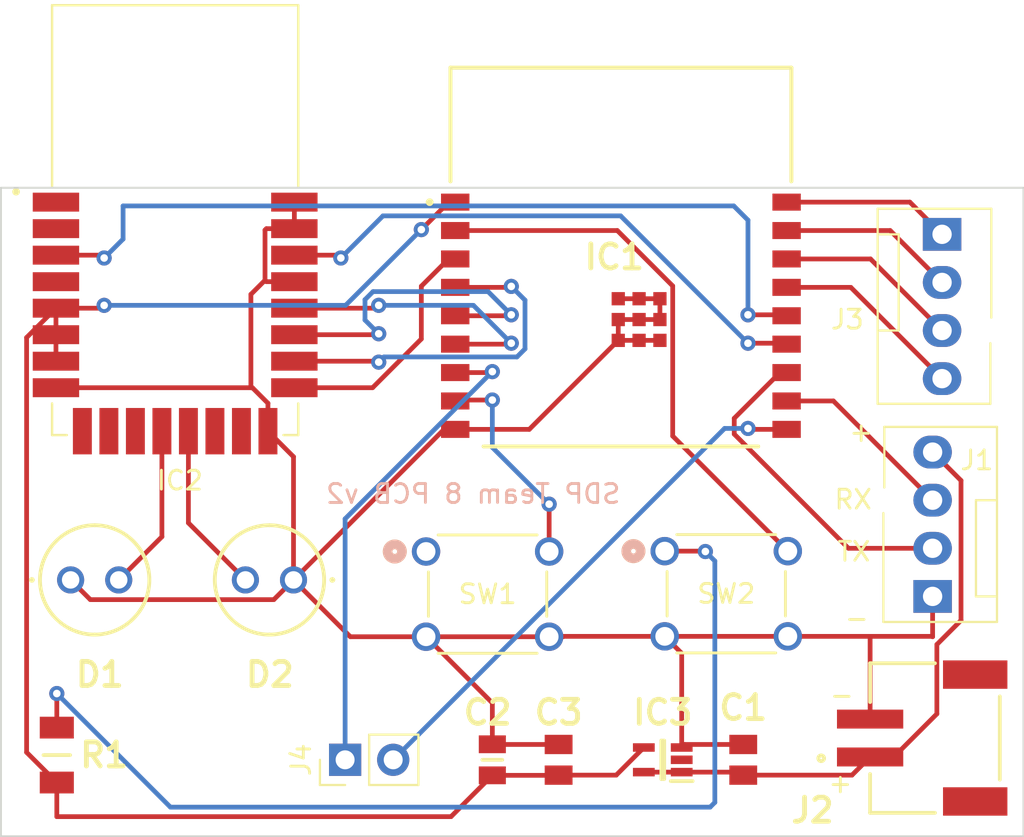
<source format=kicad_pcb>
(kicad_pcb (version 20221018) (generator pcbnew)
  (layers (0 "F.Cu" signal) (31 "B.Cu" signal) (34 "B.Paste" user) (35 "F.Paste" user) (36 "B.SilkS" user "B.Silkscreen") (37 "F.SilkS" user "F.Silkscreen") (38 "B.Mask" user) (39 "F.Mask" user) (44 "Edge.Cuts" user))
  (net 0 "")
  (net 1 "Net-(IC3-VIN)")
  (net 2 "GND")
  (net 3 "Net-(IC1-3V3)")
  (net 4 "Net-(D1-A)")
  (net 5 "Net-(D2-A)")
  (net 6 "Net-(IC1-EN)")
  (net 7 "Net-(IC1-IO4)")
  (net 8 "Net-(IC1-IO5)")
  (net 9 "Net-(IC1-IO6)")
  (net 10 "Net-(IC1-IO7)")
  (net 11 "Net-(IC1-IO8)")
  (net 12 "Net-(IC1-IO9)")
  (net 13 "Net-(IC1-IO10)")
  (net 14 "Net-(IC1-RXD)")
  (net 15 "Net-(IC1-TXD)")
  (net 16 "Net-(IC1-IO18)")
  (net 17 "Net-(IC1-IO19)")
  (net 18 "Net-(IC1-IO3)")
  (net 19 "Net-(IC1-IO2)")
  (net 20 "Net-(IC1-IO1)")
  (net 21 "Net-(IC1-IO0)")
  (net 31 "Net-(R1-Pad2)")
  (footprint "Connector:FanPinHeader_1x04_P2.54mm_Vertical" (layer "F.Cu") (at 162.75 98.37 90)
    (fp_text reference "J1" (at 7.19 2.34 180) (layer "F.SilkS"))
    (fp_text value "Conn_01x04_Pin" hide)
    (fp_line (start -1.35 -2.6) (end 4.4 -2.6) (stroke (width 0.12)) (layer "F.SilkS"))
    (fp_line (start -1.35 3.4) (end -1.35 -2.6) (stroke (width 0.12)) (layer "F.SilkS"))
    (fp_line (start 0 2.29) (end 5.08 2.29) (stroke (width 0.12)) (layer "F.SilkS"))
    (fp_line (start 0 3.3) (end 0 2.29) (stroke (width 0.12)) (layer "F.SilkS"))
    (fp_line (start 5.08 2.29) (end 5.08 3.3) (stroke (width 0.12)) (layer "F.SilkS"))
    (fp_line (start 5.75 -2.55) (end 8.95 -2.55) (stroke (width 0.12)) (layer "F.SilkS"))
    (fp_line (start 8.95 -2.55) (end 8.95 3.4) (stroke (width 0.12)) (layer "F.SilkS"))
    (fp_line (start 8.95 3.4) (end -1.35 3.4) (stroke (width 0.12)) (layer "F.SilkS"))
    (pad "" np_thru_hole circle (at 5.08 -2.16 180) (size 1.1 1.1) (drill 1.1) (layers "*.Cu" "*.Mask"))
    (pad "1" thru_hole rect (at 0 0 180) (size 2.03 1.73) (drill 1.02) (layers "*.Cu" "*.Mask") (net 2 "GND"))
    (pad "2" thru_hole oval (at 2.54 0 180) (size 2.03 1.73) (drill 1.02) (layers "*.Cu" "*.Mask") (net 15 "Net-(IC1-TXD)"))
    (pad "3" thru_hole oval (at 5.08 0 180) (size 2.03 1.73) (drill 1.02) (layers "*.Cu" "*.Mask") (net 14 "Net-(IC1-RXD)"))
    (pad "4" thru_hole oval (at 7.62 0 180) (size 2.03 1.73) (drill 1.02) (layers "*.Cu" "*.Mask") (net 1 "Net-(IC3-VIN)"))
  )
  (footprint "6mm_push_button_footprint:6mm_push_button_footprint" (layer "F.Cu") (at 135.999998 96)
    (fp_text reference "SW1" (at 3.250001 2.250001 unlocked) (layer "F.SilkS"))
    (fp_text value "TS02-66-50-BK-100-LCR-D" hide)
    (fp_circle (center -1.652199 0) (end -1.271199 0) (stroke (width 0.508)) (fill none) (layer "B.SilkS"))
    (fp_line (start 0.125801 1.074702) (end 0.125801 3.425299) (stroke (width 0.1524)) (layer "F.SilkS"))
    (fp_line (start 0.637641 5.374201) (end 5.862361 5.374201) (stroke (width 0.1524)) (layer "F.SilkS"))
    (fp_line (start 5.862361 -0.874199) (end 0.637641 -0.874199) (stroke (width 0.1524)) (layer "F.SilkS"))
    (fp_line (start 6.374201 3.425299) (end 6.374201 1.074702) (stroke (width 0.1524)) (layer "F.SilkS"))
    (fp_circle (center -1.652199 0) (end -1.271199 0) (stroke (width 0.508)) (fill none) (layer "F.SilkS"))
    (pad "1" thru_hole circle (at 0 0) (size 1.4986 1.4986) (drill 0.9906) (layers "*.Cu" "*.Mask"))
    (pad "2" thru_hole circle (at 6.500002 0) (size 1.4986 1.4986) (drill 0.9906) (layers "*.Cu" "*.Mask") (net 12 "Net-(IC1-IO9)"))
    (pad "3" thru_hole circle (at 0 4.500001) (size 1.4986 1.4986) (drill 0.9906) (layers "*.Cu" "*.Mask") (net 2 "GND"))
    (pad "4" thru_hole circle (at 6.500002 4.500001) (size 1.4986 1.4986) (drill 0.9906) (layers "*.Cu" "*.Mask") (net 2 "GND"))
  )
  (footprint "lipo_charger_footprint:1769" (layer "F.Cu") (at 159.45 105.85 90)
    (fp_text reference "J2" (at -3.82 -3.04 180) (layer "F.SilkS") (effects (font (size 1.27 1.27) (thickness 0.254))))
    (fp_text value "1769" hide)
    (fp_line (start -3.95 0) (end -3.95 3.425) (stroke (width 0.2)) (layer "F.SilkS"))
    (fp_line (start -3.95 0) (end -1.9 0) (stroke (width 0.2)) (layer "F.SilkS"))
    (fp_line (start -2.196 6.849) (end 2.196 6.849) (stroke (width 0.2)) (layer "F.SilkS"))
    (fp_line (start 3.95 0) (end 1.9 0) (stroke (width 0.2)) (layer "F.SilkS"))
    (fp_line (start 3.95 0) (end 3.95 3.425) (stroke (width 0.2)) (layer "F.SilkS"))
    (fp_circle (center -1.069 -2.582) (end -1.069 -2.53) (stroke (width 0.2)) (fill none) (layer "F.SilkS"))
    (pad "1" smd rect (at -1 0 90) (size 1 3.5) (layers "F.Cu" "F.Paste" "F.Mask") (net 1 "Net-(IC3-VIN)"))
    (pad "2" smd rect (at 1 0 90) (size 1 3.5) (layers "F.Cu" "F.Paste" "F.Mask") (net 2 "GND"))
    (pad "3" smd rect (at -3.35 5.55 90) (size 1.5 3.4) (layers "F.Cu" "F.Paste" "F.Mask"))
    (pad "4" smd rect (at 3.35 5.55 90) (size 1.5 3.4) (layers "F.Cu" "F.Paste" "F.Mask"))
  )
  (footprint "10k_ohm_footprint:RESC3216X65N" (layer "F.Cu") (at 116.5 106.75 90)
    (fp_text reference "R1" (at 0 2.5 180) (layer "F.SilkS") (effects (font (size 1.27 1.27) (thickness 0.254))))
    (fp_text value "10K" hide)
    (fp_line (start 0 -0.7) (end 0 0.7) (stroke (width 0.2)) (layer "F.SilkS"))
    (pad "1" smd rect (at -1.45 0 90) (size 1.15 1.8) (layers "F.Cu" "F.Paste" "F.Mask") (net 3 "Net-(IC1-3V3)"))
    (pad "2" smd rect (at 1.45 0 90) (size 1.15 1.8) (layers "F.Cu" "F.Paste" "F.Mask") (net 31 "Net-(R1-Pad2)"))
  )
  (footprint "footprint:SOT65P210X110-5N" (layer "F.Cu") (at 148.5 107 180)
    (fp_text reference "IC3" (at 0 2.5) (layer "F.SilkS") (effects (font (size 1.27 1.27) (thickness 0.254))))
    (fp_text value "TC1017-3.3VLTTR" hide)
    (fp_line (start -1.575 -1.125) (end -0.425 -1.125) (stroke (width 0.2)) (layer "F.SilkS"))
    (fp_line (start -0.075 -1.012) (end 0.075 -1.012) (stroke (width 0.2)) (layer "F.SilkS"))
    (fp_line (start -0.075 1.012) (end -0.075 -1.012) (stroke (width 0.2)) (layer "F.SilkS"))
    (fp_line (start 0.075 -1.012) (end 0.075 1.012) (stroke (width 0.2)) (layer "F.SilkS"))
    (fp_line (start 0.075 1.012) (end -0.075 1.012) (stroke (width 0.2)) (layer "F.SilkS"))
    (pad "1" smd rect (at -1 -0.65 270) (size 0.45 1.15) (layers "F.Cu" "F.Paste" "F.Mask") (net 1 "Net-(IC3-VIN)"))
    (pad "2" smd rect (at -1 0 270) (size 0.45 1.15) (layers "F.Cu" "F.Paste" "F.Mask"))
    (pad "3" smd rect (at -1 0.65 270) (size 0.45 1.15) (layers "F.Cu" "F.Paste" "F.Mask") (net 2 "GND"))
    (pad "4" smd rect (at 1 0.65 270) (size 0.45 1.15) (layers "F.Cu" "F.Paste" "F.Mask") (net 3 "Net-(IC1-3V3)"))
    (pad "5" smd rect (at 1 -0.65 270) (size 0.45 1.15) (layers "F.Cu" "F.Paste" "F.Mask") (net 1 "Net-(IC3-VIN)"))
  )
  (footprint "led_footprint:QED123A4R0" (layer "F.Cu") (at 117.23 97.5 180)
    (fp_text reference "D1" (at -1.54 -5) (layer "F.SilkS") (effects (font (size 1.27 1.27) (thickness 0.254))))
    (fp_text value "LED" hide)
    (fp_line (start -1.27 -2.888) (end -1.27 -2.888) (stroke (width 0.2)) (layer "F.SilkS"))
    (fp_line (start -1.27 2.888) (end -1.27 2.888) (stroke (width 0.2)) (layer "F.SilkS"))
    (fp_line (start 2 0) (end 2 0) (stroke (width 0.2)) (layer "F.SilkS"))
    (fp_line (start 2.1 0) (end 2.1 0) (stroke (width 0.2)) (layer "F.SilkS"))
    (fp_arc (start -1.27 -2.888) (mid 1.618 0) (end -1.27 2.888) (stroke (width 0.2)) (layer "F.SilkS"))
    (fp_arc (start -1.27 2.888) (mid -4.158 0) (end -1.27 -2.888) (stroke (width 0.2)) (layer "F.SilkS"))
    (fp_arc (start 2 0) (mid 2.05 -0.05) (end 2.1 0) (stroke (width 0.2)) (layer "F.SilkS"))
    (fp_arc (start 2.1 0) (mid 2.05 0.05) (end 2 0) (stroke (width 0.2)) (layer "F.SilkS"))
    (pad "1" thru_hole circle (at 0 0 180) (size 1.431 1.431) (drill 0.92) (layers "*.Cu" "*.Mask") (net 2 "GND"))
    (pad "2" thru_hole circle (at -2.54 0 180) (size 1.431 1.431) (drill 0.92) (layers "*.Cu" "*.Mask") (net 4 "Net-(D1-A)"))
  )
  (footprint "100nF_footprint:CAPC2012X94N" (layer "F.Cu") (at 152.75 107 90)
    (fp_text reference "C1" (at 2.75 0 180) (layer "F.SilkS") (effects (font (size 1.27 1.27) (thickness 0.254))))
    (fp_text value "100nF" hide)
    (pad "1" smd rect (at -0.81 0 90) (size 1.02 1.47) (layers "F.Cu" "F.Paste" "F.Mask") (net 1 "Net-(IC3-VIN)"))
    (pad "2" smd rect (at 0.81 0 90) (size 1.02 1.47) (layers "F.Cu" "F.Paste" "F.Mask") (net 2 "GND"))
  )
  (footprint "100nF_footprint:CAPC2012X94N" (layer "F.Cu") (at 143 107 90)
    (fp_text reference "C3" (at 2.5 0 180) (layer "F.SilkS") (effects (font (size 1.27 1.27) (thickness 0.254))))
    (fp_text value "100nF" hide)
    (pad "1" smd rect (at -0.81 0 90) (size 1.02 1.47) (layers "F.Cu" "F.Paste" "F.Mask") (net 3 "Net-(IC1-3V3)"))
    (pad "2" smd rect (at 0.81 0 90) (size 1.02 1.47) (layers "F.Cu" "F.Paste" "F.Mask") (net 2 "GND"))
  )
  (footprint "led_footprint:QED123A4R0" (layer "F.Cu") (at 129 97.5)
    (fp_text reference "D2" (at -1.25 5) (layer "F.SilkS") (effects (font (size 1.27 1.27) (thickness 0.254))))
    (fp_text value "LED" hide)
    (fp_line (start -1.27 -2.888) (end -1.27 -2.888) (stroke (width 0.2)) (layer "F.SilkS"))
    (fp_line (start -1.27 2.888) (end -1.27 2.888) (stroke (width 0.2)) (layer "F.SilkS"))
    (fp_line (start 2 0) (end 2 0) (stroke (width 0.2)) (layer "F.SilkS"))
    (fp_line (start 2.1 0) (end 2.1 0) (stroke (width 0.2)) (layer "F.SilkS"))
    (fp_arc (start -1.27 -2.888) (mid 1.618 0) (end -1.27 2.888) (stroke (width 0.2)) (layer "F.SilkS"))
    (fp_arc (start -1.27 2.888) (mid -4.158 0) (end -1.27 -2.888) (stroke (width 0.2)) (layer "F.SilkS"))
    (fp_arc (start 2 0) (mid 2.05 -0.05) (end 2.1 0) (stroke (width 0.2)) (layer "F.SilkS"))
    (fp_arc (start 2.1 0) (mid 2.05 0.05) (end 2 0) (stroke (width 0.2)) (layer "F.SilkS"))
    (pad "1" thru_hole circle (at 0 0) (size 1.431 1.431) (drill 0.92) (layers "*.Cu" "*.Mask") (net 2 "GND"))
    (pad "2" thru_hole circle (at -2.54 0) (size 1.431 1.431) (drill 0.92) (layers "*.Cu" "*.Mask") (net 5 "Net-(D2-A)"))
  )
  (footprint "Connector_PinHeader_2.54mm:PinHeader_1x02_P2.54mm_Vertical" (layer "F.Cu") (at 131.725 107 90)
    (fp_text reference "J4" (at 0 -2.33 90) (layer "F.SilkS"))
    (fp_text value "Conn_01x02_Pin" hide)
    (fp_line (start -1.33 -1.33) (end 0 -1.33) (stroke (width 0.12)) (layer "F.SilkS"))
    (fp_line (start -1.33 0) (end -1.33 -1.33) (stroke (width 0.12)) (layer "F.SilkS"))
    (fp_line (start -1.33 1.27) (end -1.33 3.87) (stroke (width 0.12)) (layer "F.SilkS"))
    (fp_line (start -1.33 1.27) (end 1.33 1.27) (stroke (width 0.12)) (layer "F.SilkS"))
    (fp_line (start -1.33 3.87) (end 1.33 3.87) (stroke (width 0.12)) (layer "F.SilkS"))
    (fp_line (start 1.33 1.27) (end 1.33 3.87) (stroke (width 0.12)) (layer "F.SilkS"))
    (pad "1" thru_hole rect (at 0 0 90) (size 1.7 1.7) (drill 1) (layers "*.Cu" "*.Mask") (net 11 "Net-(IC1-IO8)"))
    (pad "2" thru_hole oval (at 0 2.54 90) (size 1.7 1.7) (drill 1) (layers "*.Cu" "*.Mask") (net 13 "Net-(IC1-IO10)"))
  )
  (footprint "6mm_push_button_footprint:6mm_push_button_footprint" (layer "F.Cu") (at 148.60385 95.98025)
    (fp_text reference "SW2" (at 3.250001 2.250001 unlocked) (layer "F.SilkS"))
    (fp_text value "TS02-66-50-BK-100-LCR-D" hide)
    (fp_circle (center -1.652199 0) (end -1.271199 0) (stroke (width 0.508)) (fill none) (layer "B.SilkS"))
    (fp_line (start 0.125801 1.074702) (end 0.125801 3.425299) (stroke (width 0.1524)) (layer "F.SilkS"))
    (fp_line (start 0.637641 5.374201) (end 5.862361 5.374201) (stroke (width 0.1524)) (layer "F.SilkS"))
    (fp_line (start 5.862361 -0.874199) (end 0.637641 -0.874199) (stroke (width 0.1524)) (layer "F.SilkS"))
    (fp_line (start 6.374201 3.425299) (end 6.374201 1.074702) (stroke (width 0.1524)) (layer "F.SilkS"))
    (fp_circle (center -1.652199 0) (end -1.271199 0) (stroke (width 0.508)) (fill none) (layer "F.SilkS"))
    (pad "1" thru_hole circle (at 0 0) (size 1.4986 1.4986) (drill 0.9906) (layers "*.Cu" "*.Mask") (net 31 "Net-(R1-Pad2)"))
    (pad "2" thru_hole circle (at 6.500002 0) (size 1.4986 1.4986) (drill 0.9906) (layers "*.Cu" "*.Mask") (net 6 "Net-(IC1-EN)"))
    (pad "3" thru_hole circle (at 0 4.500001) (size 1.4986 1.4986) (drill 0.9906) (layers "*.Cu" "*.Mask") (net 2 "GND"))
    (pad "4" thru_hole circle (at 6.500002 4.500001) (size 1.4986 1.4986) (drill 0.9906) (layers "*.Cu" "*.Mask") (net 2 "GND"))
  )
  (footprint "Connector:FanPinHeader_1x04_P2.54mm_Vertical" (layer "F.Cu") (at 163.25 79.25 -90)
    (fp_text reference "J3" (at 4.5 5 -180) (layer "F.SilkS"))
    (fp_text value "Conn_01x04_Pin" hide)
    (fp_line (start -1.35 -2.6) (end 4.4 -2.6) (stroke (width 0.12)) (layer "F.SilkS"))
    (fp_line (start -1.35 3.4) (end -1.35 -2.6) (stroke (width 0.12)) (layer "F.SilkS"))
    (fp_line (start 0 2.29) (end 5.08 2.29) (stroke (width 0.12)) (layer "F.SilkS"))
    (fp_line (start 0 3.3) (end 0 2.29) (stroke (width 0.12)) (layer "F.SilkS"))
    (fp_line (start 5.08 2.29) (end 5.08 3.3) (stroke (width 0.12)) (layer "F.SilkS"))
    (fp_line (start 5.75 -2.55) (end 8.95 -2.55) (stroke (width 0.12)) (layer "F.SilkS"))
    (fp_line (start 8.95 -2.55) (end 8.95 3.4) (stroke (width 0.12)) (layer "F.SilkS"))
    (fp_line (start 8.95 3.4) (end -1.35 3.4) (stroke (width 0.12)) (layer "F.SilkS"))
    (pad "" np_thru_hole circle (at 5.08 -2.16) (size 1.1 1.1) (drill 1.1) (layers "*.Cu" "*.Mask"))
    (pad "1" thru_hole rect (at 0 0) (size 2.03 1.73) (drill 1.02) (layers "*.Cu" "*.Mask") (net 21 "Net-(IC1-IO0)"))
    (pad "2" thru_hole oval (at 2.54 0) (size 2.03 1.73) (drill 1.02) (layers "*.Cu" "*.Mask") (net 20 "Net-(IC1-IO1)"))
    (pad "3" thru_hole oval (at 5.08 0) (size 2.03 1.73) (drill 1.02) (layers "*.Cu" "*.Mask") (net 19 "Net-(IC1-IO2)"))
    (pad "4" thru_hole oval (at 7.62 0) (size 2.03 1.73) (drill 1.02) (layers "*.Cu" "*.Mask") (net 18 "Net-(IC1-IO3)"))
  )
  (footprint "esp_32_c3_footprint:ESP32C3WROOM02N4" (layer "F.Cu") (at 147.25 83.75)
    (fp_text reference "IC1" (at -1.31 -3.3) (layer "F.SilkS") (effects (font (size 1.27 1.27) (thickness 0.254))))
    (fp_text value "ESP32-C3-WROOM-02-N4" hide)
    (fp_line (start -11.16 -6.2) (end -11.16 -6.2) (stroke (width 0.2)) (layer "F.SilkS"))
    (fp_line (start -11.16 -6.2) (end -11.16 -6.2) (stroke (width 0.2)) (layer "F.SilkS"))
    (fp_line (start -10.96 -6.2) (end -10.96 -6.2) (stroke (width 0.2)) (layer "F.SilkS"))
    (fp_line (start -9.96 -13.3) (end -9.96 -13.3) (stroke (width 0.2)) (layer "F.SilkS"))
    (fp_line (start -9.96 -13.3) (end -9.96 -13.3) (stroke (width 0.2)) (layer "F.SilkS"))
    (fp_line (start -9.96 -13.3) (end -9.96 -7.3) (stroke (width 0.2)) (layer "F.SilkS"))
    (fp_line (start -9.96 -13.3) (end 8.04 -13.3) (stroke (width 0.2)) (layer "F.SilkS"))
    (fp_line (start -9.96 -7.3) (end -9.96 -13.3) (stroke (width 0.2)) (layer "F.SilkS"))
    (fp_line (start -9.96 -7.3) (end -9.96 -7.3) (stroke (width 0.2)) (layer "F.SilkS"))
    (fp_line (start -8.21 6.7) (end -8.21 6.7) (stroke (width 0.2)) (layer "F.SilkS"))
    (fp_line (start -8.21 6.7) (end 6.29 6.7) (stroke (width 0.2)) (layer "F.SilkS"))
    (fp_line (start 6.29 6.7) (end -8.21 6.7) (stroke (width 0.2)) (layer "F.SilkS"))
    (fp_line (start 6.29 6.7) (end 6.29 6.7) (stroke (width 0.2)) (layer "F.SilkS"))
    (fp_line (start 8.04 -13.3) (end -9.96 -13.3) (stroke (width 0.2)) (layer "F.SilkS"))
    (fp_line (start 8.04 -13.3) (end 8.04 -13.3) (stroke (width 0.2)) (layer "F.SilkS"))
    (fp_line (start 8.04 -13.3) (end 8.04 -13.3) (stroke (width 0.2)) (layer "F.SilkS"))
    (fp_line (start 8.04 -13.3) (end 8.04 -7.3) (stroke (width 0.2)) (layer "F.SilkS"))
    (fp_line (start 8.04 -7.3) (end 8.04 -13.3) (stroke (width 0.2)) (layer "F.SilkS"))
    (fp_line (start 8.04 -7.3) (end 8.04 -7.3) (stroke (width 0.2)) (layer "F.SilkS"))
    (fp_arc (start -11.16 -6.2) (mid -11.06 -6.3) (end -10.96 -6.2) (stroke (width 0.2)) (layer "F.SilkS"))
    (fp_arc (start -10.96 -6.2) (mid -11.06 -6.1) (end -11.16 -6.2) (stroke (width 0.2)) (layer "F.SilkS"))
    (fp_arc (start -10.96 -6.2) (mid -11.06 -6.1) (end -11.16 -6.2) (stroke (width 0.2)) (layer "F.SilkS"))
    (pad "1" smd rect (at -9.71 -6.2 90) (size 0.9 1.5) (layers "F.Cu" "F.Paste" "F.Mask") (net 3 "Net-(IC1-3V3)"))
    (pad "2" smd rect (at -9.71 -4.7 90) (size 0.9 1.5) (layers "F.Cu" "F.Paste" "F.Mask") (net 6 "Net-(IC1-EN)"))
    (pad "3" smd rect (at -9.71 -3.2 90) (size 0.9 1.5) (layers "F.Cu" "F.Paste" "F.Mask") (net 7 "Net-(IC1-IO4)"))
    (pad "4" smd rect (at -9.71 -1.7 90) (size 0.9 1.5) (layers "F.Cu" "F.Paste" "F.Mask") (net 8 "Net-(IC1-IO5)"))
    (pad "5" smd rect (at -9.71 -0.2 90) (size 0.9 1.5) (layers "F.Cu" "F.Paste" "F.Mask") (net 9 "Net-(IC1-IO6)"))
    (pad "6" smd rect (at -9.71 1.3 90) (size 0.9 1.5) (layers "F.Cu" "F.Paste" "F.Mask") (net 10 "Net-(IC1-IO7)"))
    (pad "7" smd rect (at -9.71 2.8 90) (size 0.9 1.5) (layers "F.Cu" "F.Paste" "F.Mask") (net 11 "Net-(IC1-IO8)"))
    (pad "8" smd rect (at -9.71 4.3 90) (size 0.9 1.5) (layers "F.Cu" "F.Paste" "F.Mask") (net 12 "Net-(IC1-IO9)"))
    (pad "9" smd rect (at -9.71 5.8 90) (size 0.9 1.5) (layers "F.Cu" "F.Paste" "F.Mask") (net 2 "GND"))
    (pad "10" smd rect (at 7.79 5.8 90) (size 0.9 1.5) (layers "F.Cu" "F.Paste" "F.Mask") (net 13 "Net-(IC1-IO10)"))
    (pad "11" smd rect (at 7.79 4.3 90) (size 0.9 1.5) (layers "F.Cu" "F.Paste" "F.Mask") (net 14 "Net-(IC1-RXD)"))
    (pad "12" smd rect (at 7.79 2.8 90) (size 0.9 1.5) (layers "F.Cu" "F.Paste" "F.Mask") (net 15 "Net-(IC1-TXD)"))
    (pad "13" smd rect (at 7.79 1.3 90) (size 0.9 1.5) (layers "F.Cu" "F.Paste" "F.Mask") (net 16 "Net-(IC1-IO18)"))
    (pad "14" smd rect (at 7.79 -0.2 90) (size 0.9 1.5) (layers "F.Cu" "F.Paste" "F.Mask") (net 17 "Net-(IC1-IO19)"))
    (pad "15" smd rect (at 7.79 -1.7 90) (size 0.9 1.5) (layers "F.Cu" "F.Paste" "F.Mask") (net 18 "Net-(IC1-IO3)"))
    (pad "16" smd rect (at 7.79 -3.2 90) (size 0.9 1.5) (layers "F.Cu" "F.Paste" "F.Mask") (net 19 "Net-(IC1-IO2)"))
    (pad "17" smd rect (at 7.79 -4.7 90) (size 0.9 1.5) (layers "F.Cu" "F.Paste" "F.Mask") (net 20 "Net-(IC1-IO1)"))
    (pad "18" smd rect (at 7.79 -6.2 90) (size 0.9 1.5) (layers "F.Cu" "F.Paste" "F.Mask") (net 21 "Net-(IC1-IO0)"))
    (pad "19" smd rect (at 0 0 90) (size 0.7 0.7) (layers "F.Cu" "F.Paste" "F.Mask") (net 2 "GND"))
    (pad "20" smd rect (at 1.1 0 90) (size 0.7 0.7) (layers "F.Cu" "F.Paste" "F.Mask") (net 2 "GND"))
    (pad "21" smd rect (at 1.1 -1.1 90) (size 0.7 0.7) (layers "F.Cu" "F.Paste" "F.Mask") (net 2 "GND"))
    (pad "22" smd rect (at 0 -1.1 90) (size 0.7 0.7) (layers "F.Cu" "F.Paste" "F.Mask") (net 2 "GND"))
    (pad "23" smd rect (at -1.1 -1.1 90) (size 0.7 0.7) (layers "F.Cu" "F.Paste" "F.Mask") (net 2 "GND"))
    (pad "24" smd rect (at -1.1 0 90) (size 0.7 0.7) (layers "F.Cu" "F.Paste" "F.Mask") (net 2 "GND"))
    (pad "25" smd rect (at -1.1 1.1 90) (size 0.7 0.7) (layers "F.Cu" "F.Paste" "F.Mask") (net 2 "GND"))
    (pad "26" smd rect (at 0 1.1 90) (size 0.7 0.7) (layers "F.Cu" "F.Paste" "F.Mask") (net 2 "GND"))
    (pad "27" smd rect (at 1.1 1.1 90) (size 0.7 0.7) (layers "F.Cu" "F.Paste" "F.Mask") (net 2 "GND"))
  )
  (footprint "dwm3000_footprint:XCVR_DWM3000TR13" (layer "F.Cu") (at 122.75 78.5)
    (fp_text reference "IC2" (at 0.25 13.75) (layer "F.SilkS"))
    (fp_text value "DWM3000TR13" hide)
    (fp_line (start -6.5 -11.35) (end 6.5 -11.35) (stroke (width 0.127)) (layer "F.SilkS"))
    (fp_line (start -6.5 -1.8) (end -6.5 -11.35) (stroke (width 0.127)) (layer "F.SilkS"))
    (fp_line (start -6.5 11.35) (end -6.5 9.68) (stroke (width 0.127)) (layer "F.SilkS"))
    (fp_line (start -5.72 11.35) (end -6.5 11.35) (stroke (width 0.127)) (layer "F.SilkS"))
    (fp_line (start 6.5 -11.35) (end 6.5 -1.8) (stroke (width 0.127)) (layer "F.SilkS"))
    (fp_line (start 6.5 9.68) (end 6.5 11.35) (stroke (width 0.127)) (layer "F.SilkS"))
    (fp_line (start 6.5 11.35) (end 5.72 11.35) (stroke (width 0.127)) (layer "F.SilkS"))
    (fp_circle (center -8.4 -1.5) (end -8.3 -1.5) (stroke (width 0.2)) (fill none) (layer "F.SilkS"))
    (pad "1" smd rect (at -6.295 -0.95) (size 2.45 1) (layers "F.Cu" "F.Paste" "F.Mask"))
    (pad "2" smd rect (at -6.295 0.45) (size 2.45 1) (layers "F.Cu" "F.Paste" "F.Mask"))
    (pad "3" smd rect (at -6.295 1.85) (size 2.45 1) (layers "F.Cu" "F.Paste" "F.Mask") (net 17 "Net-(IC1-IO19)"))
    (pad "4" smd rect (at -6.295 3.25) (size 2.45 1) (layers "F.Cu" "F.Paste" "F.Mask"))
    (pad "5" smd rect (at -6.295 4.65) (size 2.45 1) (layers "F.Cu" "F.Paste" "F.Mask") (net 3 "Net-(IC1-3V3)"))
    (pad "6" smd rect (at -6.295 6.05) (size 2.45 1) (layers "F.Cu" "F.Paste" "F.Mask") (net 3 "Net-(IC1-3V3)"))
    (pad "7" smd rect (at -6.295 7.45) (size 2.45 1) (layers "F.Cu" "F.Paste" "F.Mask") (net 3 "Net-(IC1-3V3)"))
    (pad "8" smd rect (at -6.295 8.85) (size 2.45 1) (layers "F.Cu" "F.Paste" "F.Mask") (net 2 "GND"))
    (pad "9" smd rect (at -4.9 11.145) (size 1 2.45) (layers "F.Cu" "F.Paste" "F.Mask"))
    (pad "10" smd rect (at -3.5 11.145) (size 1 2.45) (layers "F.Cu" "F.Paste" "F.Mask"))
    (pad "11" smd rect (at -2.1 11.145) (size 1 2.45) (layers "F.Cu" "F.Paste" "F.Mask"))
    (pad "12" smd rect (at -0.7 11.145) (size 1 2.45) (layers "F.Cu" "F.Paste" "F.Mask") (net 4 "Net-(D1-A)"))
    (pad "13" smd rect (at 0.7 11.145) (size 1 2.45) (layers "F.Cu" "F.Paste" "F.Mask") (net 5 "Net-(D2-A)"))
    (pad "14" smd rect (at 2.1 11.145) (size 1 2.45) (layers "F.Cu" "F.Paste" "F.Mask"))
    (pad "15" smd rect (at 3.5 11.145) (size 1 2.45) (layers "F.Cu" "F.Paste" "F.Mask"))
    (pad "16" smd rect (at 4.9 11.145) (size 1 2.45) (layers "F.Cu" "F.Paste" "F.Mask") (net 2 "GND"))
    (pad "17" smd rect (at 6.295 8.85) (size 2.45 1) (layers "F.Cu" "F.Paste" "F.Mask") (net 7 "Net-(IC1-IO4)"))
    (pad "18" smd rect (at 6.295 7.45) (size 2.45 1) (layers "F.Cu" "F.Paste" "F.Mask") (net 8 "Net-(IC1-IO5)"))
    (pad "19" smd rect (at 6.295 6.05) (size 2.45 1) (layers "F.Cu" "F.Paste" "F.Mask") (net 9 "Net-(IC1-IO6)"))
    (pad "20" smd rect (at 6.295 4.65) (size 2.45 1) (layers "F.Cu" "F.Paste" "F.Mask") (net 10 "Net-(IC1-IO7)"))
    (pad "21" smd rect (at 6.295 3.25) (size 2.45 1) (layers "F.Cu" "F.Paste" "F.Mask") (net 2 "GND"))
    (pad "22" smd rect (at 6.295 1.85) (size 2.45 1) (layers "F.Cu" "F.Paste" "F.Mask") (net 16 "Net-(IC1-IO18)"))
    (pad "23" smd rect (at 6.295 0.45) (size 2.45 1) (layers "F.Cu" "F.Paste" "F.Mask") (net 2 "GND"))
    (pad "24" smd rect (at 6.295 -0.95) (size 2.45 1) (layers "F.Cu" "F.Paste" "F.Mask") (net 2 "GND"))
  )
  (footprint "10uF_footprint:CAPC2012X140N" (layer "F.Cu") (at 139.5 107 90)
    (fp_text reference "C2" (at 2.5 -0.25 180) (layer "F.SilkS") (effects (font (size 1.27 1.27) (thickness 0.254))))
    (fp_text value "10uF" hide)
    (fp_line (start 0 -0.525) (end 0 0.525) (stroke (width 0.2)) (layer "F.SilkS"))
    (pad "1" smd rect (at -0.82 0 90) (size 0.94 1.43) (layers "F.Cu" "F.Paste" "F.Mask") (net 3 "Net-(IC1-3V3)"))
    (pad "2" smd rect (at 0.82 0 90) (size 0.94 1.43) (layers "F.Cu" "F.Paste" "F.Mask") (net 2 "GND"))
  )
  (gr_rect (start 113.55 76.79) (end 167.55 111.04) (stroke (width 0.1)) (fill none) (layer "Edge.Cuts"))
  (gr_text "SDP Team 8 PCB v2" (at 146.35 93.54) (layer "B.SilkS") (effects (font (size 1 1)) (justify left bottom mirror)))
  (gr_text "RX" (at 157.48 93.84) (layer "F.SilkS") (effects (font (size 1 1)) (justify left bottom)))
  (gr_text "+" (at 157.16 108.82) (layer "F.SilkS") (effects (font (size 1 1)) (justify left bottom)))
  (gr_text "-\n" (at 157.24 104.16) (layer "F.SilkS") (effects (font (size 1 1)) (justify left bottom)))
  (gr_text "+" (at 158.26 90.27) (layer "F.SilkS") (effects (font (size 1 1)) (justify left bottom)))
  (gr_text "TX" (at 157.64 96.59) (layer "F.SilkS") (effects (font (size 1 1)) (justify left bottom)))
  (gr_text "-" (at 158.03 100.1) (layer "F.SilkS") (effects (font (size 1 1)) (justify left bottom)))
  (segment (start 164.25 99.636396) (end 164.25 92.25) (width 0.25) (layer "F.Cu") (net 1))
  (segment (start 147.5 107.65) (end 149.5 107.65) (width 0.25) (layer "F.Cu") (net 1))
  (segment (start 149.5 107.65) (end 152.59 107.65) (width 0.25) (layer "F.Cu") (net 1))
  (segment (start 158.49 107.81) (end 159.45 106.85) (width 0.25) (layer "F.Cu") (net 1))
  (segment (start 152.59 107.65) (end 152.75 107.81) (width 0.25) (layer "F.Cu") (net 1))
  (segment (start 152.75 107.81) (end 158.49 107.81) (width 0.25) (layer "F.Cu") (net 1))
  (segment (start 159.45 106.85) (end 160.7 106.85) (width 0.25) (layer "F.Cu") (net 1))
  (segment (start 162.975 100.911396) (end 164.25 99.636396) (width 0.25) (layer "F.Cu") (net 1))
  (segment (start 164.25 92.25) (end 162.75 90.75) (width 0.25) (layer "F.Cu") (net 1))
  (segment (start 162.975 104.575) (end 162.975 100.911396) (width 0.25) (layer "F.Cu") (net 1))
  (segment (start 160.7 106.85) (end 162.975 104.575) (width 0.25) (layer "F.Cu") (net 1))
  (segment (start 136.95 89.55) (end 129 97.5) (width 0.25) (layer "F.Cu") (net 2))
  (segment (start 137.54 89.55) (end 136.95 89.55) (width 0.25) (layer "F.Cu") (net 2))
  (segment (start 147.25 84.85) (end 148.35 84.85) (width 0.25) (layer "F.Cu") (net 2))
  (segment (start 127.65 89.645) (end 127.65 88.17) (width 0.25) (layer "F.Cu") (net 2))
  (segment (start 143.25 100.480251) (end 142.51975 100.480251) (width 0.25) (layer "F.Cu") (net 2))
  (segment (start 139.51 106.19) (end 139.5 106.18) (width 0.25) (layer "F.Cu") (net 2))
  (segment (start 143.25 100.480251) (end 143.23025 100.500001) (width 0.25) (layer "F.Cu") (net 2))
  (segment (start 127.57 81.75) (end 127.495 81.675) (width 0.25) (layer "F.Cu") (net 2))
  (segment (start 149.66 106.19) (end 149.5 106.35) (width 0.25) (layer "F.Cu") (net 2))
  (segment (start 129.045 81.75) (end 127.57 81.75) (width 0.25) (layer "F.Cu") (net 2))
  (segment (start 146.15 83.75) (end 146.15 84.85) (width 0.25) (layer "F.Cu") (net 2))
  (segment (start 159.5 100.480251) (end 155.103852 100.480251) (width 0.25) (layer "F.Cu") (net 2))
  (segment (start 129.045 78.95) (end 129.045 77.55) (width 0.25) (layer "F.Cu") (net 2))
  (segment (start 129 90.995) (end 127.65 89.645) (width 0.25) (layer "F.Cu") (net 2))
  (segment (start 129 97.5) (end 129 90.995) (width 0.25) (layer "F.Cu") (net 2))
  (segment (start 159.45 104.85) (end 159.45 100.530251) (width 0.25) (layer "F.Cu") (net 2))
  (segment (start 127.495 81.675) (end 126.75 82.42) (width 0.25) (layer "F.Cu") (net 2))
  (segment (start 147.25 83.75) (end 146.15 83.75) (width 0.25) (layer "F.Cu") (net 2))
  (segment (start 142.51975 100.480251) (end 142.5 100.500001) (width 0.25) (layer "F.Cu") (net 2))
  (segment (start 135.999998 100.500001) (end 132.000001 100.500001) (width 0.25) (layer "F.Cu") (net 2))
  (segment (start 162.730251 100.480251) (end 159.5 100.480251) (width 0.25) (layer "F.Cu") (net 2))
  (segment (start 127.65 88.17) (end 126.83 87.35) (width 0.25) (layer "F.Cu") (net 2))
  (segment (start 149.5 106.35) (end 149.5 101.376401) (width 0.25) (layer "F.Cu") (net 2))
  (segment (start 141.45 89.55) (end 146.15 84.85) (width 0.25) (layer "F.Cu") (net 2))
  (segment (start 148.35 83.75) (end 147.25 83.75) (width 0.25) (layer "F.Cu") (net 2))
  (segment (start 126.83 87.35) (end 126.75 87.35) (width 0.25) (layer "F.Cu") (net 2))
  (segment (start 162.75 98.37) (end 162.75 100.5) (width 0.25) (layer "F.Cu") (net 2))
  (segment (start 137.54 89.55) (end 141.45 89.55) (width 0.25) (layer "F.Cu") (net 2))
  (segment (start 129 97.5) (end 127.9595 98.5405) (width 0.25) (layer "F.Cu") (net 2))
  (segment (start 127.9595 98.5405) (end 118.2705 98.5405) (width 0.25) (layer "F.Cu") (net 2))
  (segment (start 148.35 82.65) (end 148.35 83.75) (width 0.25) (layer "F.Cu") (net 2))
  (segment (start 146.15 82.65) (end 147.25 82.65) (width 0.25) (layer "F.Cu") (net 2))
  (segment (start 148.60385 100.480251) (end 143.25 100.480251) (width 0.25) (layer "F.Cu") (net 2))
  (segment (start 146.15 84.85) (end 147.25 84.85) (width 0.25) (layer "F.Cu") (net 2))
  (segment (start 139.5 104.000003) (end 135.999998 100.500001) (width 0.25) (layer "F.Cu") (net 2))
  (segment (start 143 106.19) (end 139.51 106.19) (width 0.25) (layer "F.Cu") (net 2))
  (segment (start 118.2705 98.5405) (end 117.23 97.5) (width 0.25) (layer "F.Cu") (net 2))
  (segment (start 159.45 100.530251) (end 159.5 100.480251) (width 0.25) (layer "F.Cu") (net 2))
  (segment (start 152.75 106.19) (end 149.66 106.19) (width 0.25) (layer "F.Cu") (net 2))
  (segment (start 147.25 82.65) (end 148.35 82.65) (width 0.25) (layer "F.Cu") (net 2))
  (segment (start 149.5 101.376401) (end 148.60385 100.480251) (width 0.25) (layer "F.Cu") (net 2))
  (segment (start 127.495 81.675) (end 127.495 79.025) (width 0.25) (layer "F.Cu") (net 2))
  (segment (start 127.495 79.025) (end 127.57 78.95) (width 0.25) (layer "F.Cu") (net 2))
  (segment (start 127.57 78.95) (end 129.045 78.95) (width 0.25) (layer "F.Cu") (net 2))
  (segment (start 155.103852 100.480251) (end 148.60385 100.480251) (width 0.25) (layer "F.Cu") (net 2))
  (segment (start 126.75 82.42) (end 126.75 87.35) (width 0.25) (layer "F.Cu") (net 2))
  (segment (start 126.75 87.35) (end 116.455 87.35) (width 0.25) (layer "F.Cu") (net 2))
  (segment (start 132.000001 100.500001) (end 129 97.5) (width 0.25) (layer "F.Cu") (net 2))
  (segment (start 139.5 106.18) (end 139.5 104.000003) (width 0.25) (layer "F.Cu") (net 2))
  (segment (start 143.23025 100.500001) (end 135.999998 100.500001) (width 0.25) (layer "F.Cu") (net 2))
  (segment (start 162.75 100.5) (end 162.730251 100.480251) (width 0.25) (layer "F.Cu") (net 2))
  (segment (start 114.905 84.7) (end 114.905 106.605) (width 0.25) (layer "F.Cu") (net 3))
  (segment (start 137.32 110) (end 139.5 107.82) (width 0.25) (layer "F.Cu") (net 3))
  (segment (start 116.5 108.2) (end 116.5 110) (width 0.25) (layer "F.Cu") (net 3))
  (segment (start 142.99 107.82) (end 143 107.81) (width 0.25) (layer "F.Cu") (net 3))
  (segment (start 116.455 83.15) (end 114.905 84.7) (width 0.25) (layer "F.Cu") (net 3))
  (segment (start 116.455 84.55) (end 116.455 85.95) (width 0.25) (layer "F.Cu") (net 3))
  (segment (start 139.5 107.82) (end 142.99 107.82) (width 0.25) (layer "F.Cu") (net 3))
  (segment (start 146.04 107.81) (end 147.5 106.35) (width 0.25) (layer "F.Cu") (net 3))
  (segment (start 143 107.81) (end 146.04 107.81) (width 0.25) (layer "F.Cu") (net 3))
  (segment (start 135.75 79) (end 137.2 77.55) (width 0.25) (layer "F.Cu") (net 3))
  (segment (start 116.455 83.15) (end 116.455 84.55) (width 0.25) (layer "F.Cu") (net 3))
  (segment (start 137.2 77.55) (end 137.54 77.55) (width 0.25) (layer "F.Cu") (net 3))
  (segment (start 116.455 83.15) (end 118.85 83.15) (width 0.25) (layer "F.Cu") (net 3))
  (segment (start 118.85 83.15) (end 119 83) (width 0.25) (layer "F.Cu") (net 3))
  (segment (start 114.905 106.605) (end 116.5 108.2) (width 0.25) (layer "F.Cu") (net 3))
  (segment (start 116.5 110) (end 137.32 110) (width 0.25) (layer "F.Cu") (net 3))
  (via blind (at 119 83) (size 0.8) (drill 0.4) (layers "F.Cu" "B.Cu") (net 3))
  (via blind (at 135.75 79) (size 0.8) (drill 0.4) (layers "F.Cu" "B.Cu") (net 3))
  (segment (start 119 83) (end 131.75 83) (width 0.25) (layer "B.Cu") (net 3))
  (segment (start 131.75 83) (end 135.75 79) (width 0.25) (layer "B.Cu") (net 3))
  (segment (start 119.77 97.5) (end 122.05 95.22) (width 0.25) (layer "F.Cu") (net 4))
  (segment (start 122.05 95.22) (end 122.05 89.645) (width 0.25) (layer "F.Cu") (net 4))
  (segment (start 126.46 97.5) (end 123.45 94.49) (width 0.25) (layer "F.Cu") (net 5))
  (segment (start 123.45 94.49) (end 123.45 89.645) (width 0.25) (layer "F.Cu") (net 5))
  (segment (start 146.1 79.05) (end 137.54 79.05) (width 0.25) (layer "F.Cu") (net 6))
  (segment (start 149.025 81.975) (end 146.1 79.05) (width 0.25) (layer "F.Cu") (net 6))
  (segment (start 149.025 89.901398) (end 149.025 81.975) (width 0.25) (layer "F.Cu") (net 6))
  (segment (start 155.103852 95.98025) (end 149.025 89.901398) (width 0.25) (layer "F.Cu") (net 6))
  (segment (start 135.75 81.99) (end 137.19 80.55) (width 0.25) (layer "F.Cu") (net 7))
  (segment (start 129.045 87.35) (end 133.175305 87.35) (width 0.25) (layer "F.Cu") (net 7))
  (segment (start 133.175305 87.35) (end 135.75 84.775305) (width 0.25) (layer "F.Cu") (net 7))
  (segment (start 135.75 84.775305) (end 135.75 81.99) (width 0.25) (layer "F.Cu") (net 7))
  (segment (start 137.19 80.55) (end 137.54 80.55) (width 0.25) (layer "F.Cu") (net 7))
  (segment (start 129.045 85.95) (end 133.45 85.95) (width 0.25) (layer "F.Cu") (net 8))
  (segment (start 140.45 82.05) (end 137.54 82.05) (width 0.25) (layer "F.Cu") (net 8))
  (segment (start 140.5 82) (end 140.45 82.05) (width 0.25) (layer "F.Cu") (net 8))
  (segment (start 133.45 85.95) (end 133.5 86) (width 0.25) (layer "F.Cu") (net 8))
  (via blind (at 133.5 86) (size 0.8) (drill 0.4) (layers "F.Cu" "B.Cu") (net 8))
  (via blind (at 140.5 82) (size 0.8) (drill 0.4) (layers "F.Cu" "B.Cu") (net 8))
  (segment (start 141.225 82.725) (end 140.5 82) (width 0.25) (layer "B.Cu") (net 8))
  (segment (start 133.5 86) (end 133.775 85.725) (width 0.25) (layer "B.Cu") (net 8))
  (segment (start 133.775 85.725) (end 140.800305 85.725) (width 0.25) (layer "B.Cu") (net 8))
  (segment (start 140.800305 85.725) (end 141.225 85.300305) (width 0.25) (layer "B.Cu") (net 8))
  (segment (start 141.225 85.300305) (end 141.225 82.725) (width 0.25) (layer "B.Cu") (net 8))
  (segment (start 140.45 83.55) (end 140.5 83.5) (width 0.25) (layer "F.Cu") (net 9))
  (segment (start 133.45 84.55) (end 133.5 84.5) (width 0.25) (layer "F.Cu") (net 9))
  (segment (start 129.045 84.55) (end 133.45 84.55) (width 0.25) (layer "F.Cu") (net 9))
  (segment (start 137.54 83.55) (end 140.45 83.55) (width 0.25) (layer "F.Cu") (net 9))
  (via blind (at 140.5 83.5) (size 0.8) (drill 0.4) (layers "F.Cu" "B.Cu") (net 9))
  (via blind (at 133.5 84.5) (size 0.8) (drill 0.4) (layers "F.Cu" "B.Cu") (net 9))
  (segment (start 133.199695 82.275) (end 139.275 82.275) (width 0.25) (layer "B.Cu") (net 9))
  (segment (start 132.775 83.775) (end 132.775 82.699695) (width 0.25) (layer "B.Cu") (net 9))
  (segment (start 133.5 84.5) (end 132.775 83.775) (width 0.25) (layer "B.Cu") (net 9))
  (segment (start 139.275 82.275) (end 140.5 83.5) (width 0.25) (layer "B.Cu") (net 9))
  (segment (start 132.775 82.699695) (end 133.199695 82.275) (width 0.25) (layer "B.Cu") (net 9))
  (segment (start 129.045 83.15) (end 133.35 83.15) (width 0.25) (layer "F.Cu") (net 10))
  (segment (start 133.35 83.15) (end 133.5 83) (width 0.25) (layer "F.Cu") (net 10))
  (segment (start 140.5 85) (end 140.45 85.05) (width 0.25) (layer "F.Cu") (net 10))
  (segment (start 140.45 85.05) (end 137.54 85.05) (width 0.25) (layer "F.Cu") (net 10))
  (via blind (at 133.5 83) (size 0.8) (drill 0.4) (layers "F.Cu" "B.Cu") (net 10))
  (via blind (at 140.5 85) (size 0.8) (drill 0.4) (layers "F.Cu" "B.Cu") (net 10))
  (segment (start 133.5 83) (end 138.5 83) (width 0.25) (layer "B.Cu") (net 10))
  (segment (start 138.5 83) (end 140.5 85) (width 0.25) (layer "B.Cu") (net 10))
  (segment (start 139.45 86.55) (end 139.5 86.5) (width 0.25) (layer "F.Cu") (net 11))
  (segment (start 137.54 86.55) (end 139.45 86.55) (width 0.25) (layer "F.Cu") (net 11))
  (via blind (at 139.5 86.5) (size 0.8) (drill 0.4) (layers "F.Cu" "B.Cu") (net 11))
  (segment (start 131.725 94.275) (end 131.725 107) (width 0.25) (layer "B.Cu") (net 11))
  (segment (start 139.5 86.5) (end 131.725 94.275) (width 0.25) (layer "B.Cu") (net 11))
  (segment (start 139.5 88) (end 137.59 88) (width 0.25) (layer "F.Cu") (net 12))
  (segment (start 142.5 96) (end 142.5 93.5) (width 0.25) (layer "F.Cu") (net 12))
  (segment (start 137.59 88) (end 137.54 88.05) (width 0.25) (layer "F.Cu") (net 12))
  (via blind (at 142.5 93.5) (size 0.8) (drill 0.4) (layers "F.Cu" "B.Cu") (net 12))
  (via blind (at 139.5 88) (size 0.8) (drill 0.4) (layers "F.Cu" "B.Cu") (net 12))
  (segment (start 139.5 90.5) (end 139.5 88) (width 0.25) (layer "B.Cu") (net 12))
  (segment (start 142.5 93.5) (end 139.5 90.5) (width 0.25) (layer "B.Cu") (net 12))
  (segment (start 153.05 89.55) (end 153 89.5) (width 0.25) (layer "F.Cu") (net 13))
  (segment (start 155.04 89.55) (end 153.05 89.55) (width 0.25) (layer "F.Cu") (net 13))
  (via blind (at 153 89.5) (size 0.8) (drill 0.4) (layers "F.Cu" "B.Cu") (net 13))
  (segment (start 153 89.5) (end 151.765 89.5) (width 0.25) (layer "B.Cu") (net 13))
  (segment (start 151.765 89.5) (end 134.265 107) (width 0.25) (layer "B.Cu") (net 13))
  (segment (start 157.51 88.05) (end 162.75 93.29) (width 0.25) (layer "F.Cu") (net 14))
  (segment (start 155.04 88.05) (end 157.51 88.05) (width 0.25) (layer "F.Cu") (net 14))
  (segment (start 155.04 86.55) (end 154.69 86.55) (width 0.25) (layer "F.Cu") (net 15))
  (segment (start 152.275 88.965) (end 152.275 89.800305) (width 0.25) (layer "F.Cu") (net 15))
  (segment (start 152.275 89.800305) (end 158.304695 95.83) (width 0.25) (layer "F.Cu") (net 15))
  (segment (start 158.304695 95.83) (end 162.75 95.83) (width 0.25) (layer "F.Cu") (net 15))
  (segment (start 154.69 86.55) (end 152.275 88.965) (width 0.25) (layer "F.Cu") (net 15))
  (segment (start 154.99 85) (end 155.04 85.05) (width 0.25) (layer "F.Cu") (net 16))
  (segment (start 131.35 80.35) (end 131.5 80.5) (width 0.25) (layer "F.Cu") (net 16))
  (segment (start 153 85) (end 154.99 85) (width 0.25) (layer "F.Cu") (net 16))
  (segment (start 129.045 80.35) (end 131.35 80.35) (width 0.25) (layer "F.Cu") (net 16))
  (via blind (at 153 85) (size 0.8) (drill 0.4) (layers "F.Cu" "B.Cu") (net 16))
  (via blind (at 131.5 80.5) (size 0.8) (drill 0.4) (layers "F.Cu" "B.Cu") (net 16))
  (segment (start 146.275 78.275) (end 153 85) (width 0.25) (layer "B.Cu") (net 16))
  (segment (start 133.725 78.275) (end 146.275 78.275) (width 0.25) (layer "B.Cu") (net 16))
  (segment (start 131.5 80.5) (end 133.725 78.275) (width 0.25) (layer "B.Cu") (net 16))
  (segment (start 154.99 83.5) (end 155.04 83.55) (width 0.25) (layer "F.Cu") (net 17))
  (segment (start 118.85 80.35) (end 119 80.5) (width 0.25) (layer "F.Cu") (net 17))
  (segment (start 153 83.5) (end 154.99 83.5) (width 0.25) (layer "F.Cu") (net 17))
  (segment (start 116.455 80.35) (end 118.85 80.35) (width 0.25) (layer "F.Cu") (net 17))
  (via blind (at 153 83.5) (size 0.8) (drill 0.4) (layers "F.Cu" "B.Cu") (net 17))
  (via blind (at 119 80.5) (size 0.8) (drill 0.4) (layers "F.Cu" "B.Cu") (net 17))
  (segment (start 153 78.5) (end 152.25 77.75) (width 0.25) (layer "B.Cu") (net 17))
  (segment (start 120 77.75) (end 120 79.5) (width 0.25) (layer "B.Cu") (net 17))
  (segment (start 152.25 77.75) (end 120 77.75) (width 0.25) (layer "B.Cu") (net 17))
  (segment (start 153 83.5) (end 153 78.5) (width 0.25) (layer "B.Cu") (net 17))
  (segment (start 120 79.5) (end 119 80.5) (width 0.25) (layer "B.Cu") (net 17))
  (segment (start 155.04 82.05) (end 158.43 82.05) (width 0.25) (layer "F.Cu") (net 18))
  (segment (start 158.43 82.05) (end 163.25 86.87) (width 0.25) (layer "F.Cu") (net 18))
  (segment (start 155.04 80.55) (end 159.47 80.55) (width 0.25) (layer "F.Cu") (net 19))
  (segment (start 159.47 80.55) (end 163.25 84.33) (width 0.25) (layer "F.Cu") (net 19))
  (segment (start 160.51 79.05) (end 163.25 81.79) (width 0.25) (layer "F.Cu") (net 20))
  (segment (start 155.04 79.05) (end 160.51 79.05) (width 0.25) (layer "F.Cu") (net 20))
  (segment (start 161.55 77.55) (end 163.25 79.25) (width 0.25) (layer "F.Cu") (net 21))
  (segment (start 155.04 77.55) (end 161.55 77.55) (width 0.25) (layer "F.Cu") (net 21))
  (segment (start 150.73025 95.98025) (end 150.75 96) (width 0.25) (layer "F.Cu") (net 31))
  (segment (start 148.60385 95.98025) (end 150.73025 95.98025) (width 0.25) (layer "F.Cu") (net 31))
  (segment (start 116.5 105.3) (end 116.5 103.5) (width 0.25) (layer "F.Cu") (net 31))
  (via blind (at 116.5 103.5) (size 0.8) (drill 0.4) (layers "F.Cu" "B.Cu") (net 31))
  (via blind (at 150.75 96) (size 0.8) (drill 0.4) (layers "F.Cu" "B.Cu") (net 31))
  (segment (start 122.5 109.5) (end 151 109.5) (width 0.25) (layer "B.Cu") (net 31))
  (segment (start 151.25 96.5) (end 150.75 96) (width 0.25) (layer "B.Cu") (net 31))
  (segment (start 116.5 103.5) (end 122.5 109.5) (width 0.25) (layer "B.Cu") (net 31))
  (segment (start 151 109.5) (end 151.25 109.25) (width 0.25) (layer "B.Cu") (net 31))
  (segment (start 151.25 109.25) (end 151.25 96.5) (width 0.25) (layer "B.Cu") (net 31))
)
</source>
